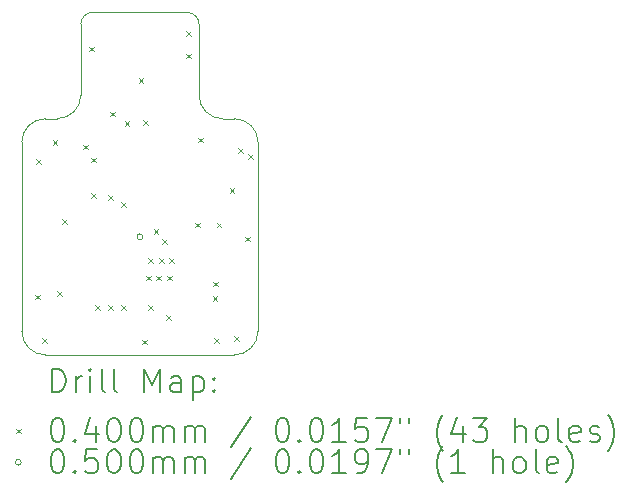
<source format=gbr>
%TF.GenerationSoftware,KiCad,Pcbnew,7.0.6*%
%TF.CreationDate,2023-08-09T20:57:13-04:00*%
%TF.ProjectId,miniclick,6d696e69-636c-4696-936b-2e6b69636164,rev?*%
%TF.SameCoordinates,Original*%
%TF.FileFunction,Drillmap*%
%TF.FilePolarity,Positive*%
%FSLAX45Y45*%
G04 Gerber Fmt 4.5, Leading zero omitted, Abs format (unit mm)*
G04 Created by KiCad (PCBNEW 7.0.6) date 2023-08-09 20:57:13*
%MOMM*%
%LPD*%
G01*
G04 APERTURE LIST*
%ADD10C,0.100000*%
%ADD11C,0.200000*%
%ADD12C,0.040000*%
%ADD13C,0.050000*%
G04 APERTURE END LIST*
D10*
X14400000Y-7800000D02*
X15200000Y-7800000D01*
X15600000Y-10700000D02*
G75*
G03*
X15800000Y-10500000I0J200000D01*
G01*
X15800000Y-8900000D02*
X15800000Y-10500000D01*
X15300000Y-7900000D02*
X15300000Y-8500000D01*
X14100000Y-8700000D02*
G75*
G03*
X14300000Y-8500000I0J200000D01*
G01*
X14400000Y-7800000D02*
G75*
G03*
X14300000Y-7900000I0J-100000D01*
G01*
X15500000Y-8700000D02*
X15600000Y-8700000D01*
X14000000Y-8700000D02*
G75*
G03*
X13800000Y-8900000I0J-200000D01*
G01*
X15800000Y-8900000D02*
G75*
G03*
X15600000Y-8700000I-200000J0D01*
G01*
X15300000Y-8500000D02*
G75*
G03*
X15500000Y-8700000I200000J0D01*
G01*
X13800000Y-10500000D02*
X13800000Y-8900000D01*
X14100000Y-8700000D02*
X14000000Y-8700000D01*
X15300000Y-7900000D02*
G75*
G03*
X15200000Y-7800000I-100000J0D01*
G01*
X13800000Y-10500000D02*
G75*
G03*
X14000000Y-10700000I200000J0D01*
G01*
X14300000Y-8500000D02*
X14300000Y-7900000D01*
X15600000Y-10700000D02*
X14000000Y-10700000D01*
D11*
D12*
X13910000Y-10190000D02*
X13950000Y-10230000D01*
X13950000Y-10190000D02*
X13910000Y-10230000D01*
X13920000Y-9040000D02*
X13960000Y-9080000D01*
X13960000Y-9040000D02*
X13920000Y-9080000D01*
X13970000Y-10560000D02*
X14010000Y-10600000D01*
X14010000Y-10560000D02*
X13970000Y-10600000D01*
X14060000Y-8880000D02*
X14100000Y-8920000D01*
X14100000Y-8880000D02*
X14060000Y-8920000D01*
X14100000Y-10160000D02*
X14140000Y-10200000D01*
X14140000Y-10160000D02*
X14100000Y-10200000D01*
X14140000Y-9550000D02*
X14180000Y-9590000D01*
X14180000Y-9550000D02*
X14140000Y-9590000D01*
X14320000Y-8920000D02*
X14360000Y-8960000D01*
X14360000Y-8920000D02*
X14320000Y-8960000D01*
X14370000Y-8090000D02*
X14410000Y-8130000D01*
X14410000Y-8090000D02*
X14370000Y-8130000D01*
X14390000Y-9030000D02*
X14430000Y-9070000D01*
X14430000Y-9030000D02*
X14390000Y-9070000D01*
X14390000Y-9330000D02*
X14430000Y-9370000D01*
X14430000Y-9330000D02*
X14390000Y-9370000D01*
X14420000Y-10280000D02*
X14460000Y-10320000D01*
X14460000Y-10280000D02*
X14420000Y-10320000D01*
X14530000Y-9350000D02*
X14570000Y-9390000D01*
X14570000Y-9350000D02*
X14530000Y-9390000D01*
X14530000Y-10280000D02*
X14570000Y-10320000D01*
X14570000Y-10280000D02*
X14530000Y-10320000D01*
X14550000Y-8640000D02*
X14590000Y-8680000D01*
X14590000Y-8640000D02*
X14550000Y-8680000D01*
X14640000Y-9410000D02*
X14680000Y-9450000D01*
X14680000Y-9410000D02*
X14640000Y-9450000D01*
X14640000Y-10280000D02*
X14680000Y-10320000D01*
X14680000Y-10280000D02*
X14640000Y-10320000D01*
X14670000Y-8720000D02*
X14710000Y-8760000D01*
X14710000Y-8720000D02*
X14670000Y-8760000D01*
X14790000Y-8360000D02*
X14830000Y-8400000D01*
X14830000Y-8360000D02*
X14790000Y-8400000D01*
X14820000Y-10570000D02*
X14860000Y-10610000D01*
X14860000Y-10570000D02*
X14820000Y-10610000D01*
X14830000Y-8710000D02*
X14870000Y-8750000D01*
X14870000Y-8710000D02*
X14830000Y-8750000D01*
X14850000Y-10030000D02*
X14890000Y-10070000D01*
X14890000Y-10030000D02*
X14850000Y-10070000D01*
X14870000Y-9880000D02*
X14910000Y-9920000D01*
X14910000Y-9880000D02*
X14870000Y-9920000D01*
X14870000Y-10280000D02*
X14910000Y-10320000D01*
X14910000Y-10280000D02*
X14870000Y-10320000D01*
X14915538Y-9634462D02*
X14955538Y-9674462D01*
X14955538Y-9634462D02*
X14915538Y-9674462D01*
X14940000Y-10030000D02*
X14980000Y-10070000D01*
X14980000Y-10030000D02*
X14940000Y-10070000D01*
X14960000Y-9880000D02*
X15000000Y-9920000D01*
X15000000Y-9880000D02*
X14960000Y-9920000D01*
X14990000Y-9720000D02*
X15030000Y-9760000D01*
X15030000Y-9720000D02*
X14990000Y-9760000D01*
X15020000Y-10365050D02*
X15060000Y-10405050D01*
X15060000Y-10365050D02*
X15020000Y-10405050D01*
X15030000Y-10030000D02*
X15070000Y-10070000D01*
X15070000Y-10030000D02*
X15030000Y-10070000D01*
X15050000Y-9880000D02*
X15090000Y-9920000D01*
X15090000Y-9880000D02*
X15050000Y-9920000D01*
X15190000Y-7960000D02*
X15230000Y-8000000D01*
X15230000Y-7960000D02*
X15190000Y-8000000D01*
X15190000Y-8150000D02*
X15230000Y-8190000D01*
X15230000Y-8150000D02*
X15190000Y-8190000D01*
X15270000Y-9580000D02*
X15310000Y-9620000D01*
X15310000Y-9580000D02*
X15270000Y-9620000D01*
X15290000Y-8860000D02*
X15330000Y-8900000D01*
X15330000Y-8860000D02*
X15290000Y-8900000D01*
X15416793Y-10204906D02*
X15456793Y-10244906D01*
X15456793Y-10204906D02*
X15416793Y-10244906D01*
X15420000Y-10080000D02*
X15460000Y-10120000D01*
X15460000Y-10080000D02*
X15420000Y-10120000D01*
X15430000Y-10560000D02*
X15470000Y-10600000D01*
X15470000Y-10560000D02*
X15430000Y-10600000D01*
X15450000Y-9580000D02*
X15490000Y-9620000D01*
X15490000Y-9580000D02*
X15450000Y-9620000D01*
X15560000Y-9290000D02*
X15600000Y-9330000D01*
X15600000Y-9290000D02*
X15560000Y-9330000D01*
X15600000Y-10540000D02*
X15640000Y-10580000D01*
X15640000Y-10540000D02*
X15600000Y-10580000D01*
X15630000Y-8950000D02*
X15670000Y-8990000D01*
X15670000Y-8950000D02*
X15630000Y-8990000D01*
X15690000Y-9700000D02*
X15730000Y-9740000D01*
X15730000Y-9700000D02*
X15690000Y-9740000D01*
X15716781Y-8999589D02*
X15756781Y-9039589D01*
X15756781Y-8999589D02*
X15716781Y-9039589D01*
D13*
X14825000Y-9700000D02*
G75*
G03*
X14825000Y-9700000I-25000J0D01*
G01*
D11*
X14055777Y-11016484D02*
X14055777Y-10816484D01*
X14055777Y-10816484D02*
X14103396Y-10816484D01*
X14103396Y-10816484D02*
X14131967Y-10826008D01*
X14131967Y-10826008D02*
X14151015Y-10845055D01*
X14151015Y-10845055D02*
X14160539Y-10864103D01*
X14160539Y-10864103D02*
X14170062Y-10902198D01*
X14170062Y-10902198D02*
X14170062Y-10930770D01*
X14170062Y-10930770D02*
X14160539Y-10968865D01*
X14160539Y-10968865D02*
X14151015Y-10987912D01*
X14151015Y-10987912D02*
X14131967Y-11006960D01*
X14131967Y-11006960D02*
X14103396Y-11016484D01*
X14103396Y-11016484D02*
X14055777Y-11016484D01*
X14255777Y-11016484D02*
X14255777Y-10883150D01*
X14255777Y-10921246D02*
X14265301Y-10902198D01*
X14265301Y-10902198D02*
X14274824Y-10892674D01*
X14274824Y-10892674D02*
X14293872Y-10883150D01*
X14293872Y-10883150D02*
X14312920Y-10883150D01*
X14379586Y-11016484D02*
X14379586Y-10883150D01*
X14379586Y-10816484D02*
X14370062Y-10826008D01*
X14370062Y-10826008D02*
X14379586Y-10835531D01*
X14379586Y-10835531D02*
X14389110Y-10826008D01*
X14389110Y-10826008D02*
X14379586Y-10816484D01*
X14379586Y-10816484D02*
X14379586Y-10835531D01*
X14503396Y-11016484D02*
X14484348Y-11006960D01*
X14484348Y-11006960D02*
X14474824Y-10987912D01*
X14474824Y-10987912D02*
X14474824Y-10816484D01*
X14608158Y-11016484D02*
X14589110Y-11006960D01*
X14589110Y-11006960D02*
X14579586Y-10987912D01*
X14579586Y-10987912D02*
X14579586Y-10816484D01*
X14836729Y-11016484D02*
X14836729Y-10816484D01*
X14836729Y-10816484D02*
X14903396Y-10959341D01*
X14903396Y-10959341D02*
X14970062Y-10816484D01*
X14970062Y-10816484D02*
X14970062Y-11016484D01*
X15151015Y-11016484D02*
X15151015Y-10911722D01*
X15151015Y-10911722D02*
X15141491Y-10892674D01*
X15141491Y-10892674D02*
X15122443Y-10883150D01*
X15122443Y-10883150D02*
X15084348Y-10883150D01*
X15084348Y-10883150D02*
X15065301Y-10892674D01*
X15151015Y-11006960D02*
X15131967Y-11016484D01*
X15131967Y-11016484D02*
X15084348Y-11016484D01*
X15084348Y-11016484D02*
X15065301Y-11006960D01*
X15065301Y-11006960D02*
X15055777Y-10987912D01*
X15055777Y-10987912D02*
X15055777Y-10968865D01*
X15055777Y-10968865D02*
X15065301Y-10949817D01*
X15065301Y-10949817D02*
X15084348Y-10940293D01*
X15084348Y-10940293D02*
X15131967Y-10940293D01*
X15131967Y-10940293D02*
X15151015Y-10930770D01*
X15246253Y-10883150D02*
X15246253Y-11083150D01*
X15246253Y-10892674D02*
X15265301Y-10883150D01*
X15265301Y-10883150D02*
X15303396Y-10883150D01*
X15303396Y-10883150D02*
X15322443Y-10892674D01*
X15322443Y-10892674D02*
X15331967Y-10902198D01*
X15331967Y-10902198D02*
X15341491Y-10921246D01*
X15341491Y-10921246D02*
X15341491Y-10978389D01*
X15341491Y-10978389D02*
X15331967Y-10997436D01*
X15331967Y-10997436D02*
X15322443Y-11006960D01*
X15322443Y-11006960D02*
X15303396Y-11016484D01*
X15303396Y-11016484D02*
X15265301Y-11016484D01*
X15265301Y-11016484D02*
X15246253Y-11006960D01*
X15427205Y-10997436D02*
X15436729Y-11006960D01*
X15436729Y-11006960D02*
X15427205Y-11016484D01*
X15427205Y-11016484D02*
X15417682Y-11006960D01*
X15417682Y-11006960D02*
X15427205Y-10997436D01*
X15427205Y-10997436D02*
X15427205Y-11016484D01*
X15427205Y-10892674D02*
X15436729Y-10902198D01*
X15436729Y-10902198D02*
X15427205Y-10911722D01*
X15427205Y-10911722D02*
X15417682Y-10902198D01*
X15417682Y-10902198D02*
X15427205Y-10892674D01*
X15427205Y-10892674D02*
X15427205Y-10911722D01*
D12*
X13755000Y-11325000D02*
X13795000Y-11365000D01*
X13795000Y-11325000D02*
X13755000Y-11365000D01*
D11*
X14093872Y-11236484D02*
X14112920Y-11236484D01*
X14112920Y-11236484D02*
X14131967Y-11246008D01*
X14131967Y-11246008D02*
X14141491Y-11255531D01*
X14141491Y-11255531D02*
X14151015Y-11274579D01*
X14151015Y-11274579D02*
X14160539Y-11312674D01*
X14160539Y-11312674D02*
X14160539Y-11360293D01*
X14160539Y-11360293D02*
X14151015Y-11398388D01*
X14151015Y-11398388D02*
X14141491Y-11417436D01*
X14141491Y-11417436D02*
X14131967Y-11426960D01*
X14131967Y-11426960D02*
X14112920Y-11436484D01*
X14112920Y-11436484D02*
X14093872Y-11436484D01*
X14093872Y-11436484D02*
X14074824Y-11426960D01*
X14074824Y-11426960D02*
X14065301Y-11417436D01*
X14065301Y-11417436D02*
X14055777Y-11398388D01*
X14055777Y-11398388D02*
X14046253Y-11360293D01*
X14046253Y-11360293D02*
X14046253Y-11312674D01*
X14046253Y-11312674D02*
X14055777Y-11274579D01*
X14055777Y-11274579D02*
X14065301Y-11255531D01*
X14065301Y-11255531D02*
X14074824Y-11246008D01*
X14074824Y-11246008D02*
X14093872Y-11236484D01*
X14246253Y-11417436D02*
X14255777Y-11426960D01*
X14255777Y-11426960D02*
X14246253Y-11436484D01*
X14246253Y-11436484D02*
X14236729Y-11426960D01*
X14236729Y-11426960D02*
X14246253Y-11417436D01*
X14246253Y-11417436D02*
X14246253Y-11436484D01*
X14427205Y-11303150D02*
X14427205Y-11436484D01*
X14379586Y-11226960D02*
X14331967Y-11369817D01*
X14331967Y-11369817D02*
X14455777Y-11369817D01*
X14570062Y-11236484D02*
X14589110Y-11236484D01*
X14589110Y-11236484D02*
X14608158Y-11246008D01*
X14608158Y-11246008D02*
X14617682Y-11255531D01*
X14617682Y-11255531D02*
X14627205Y-11274579D01*
X14627205Y-11274579D02*
X14636729Y-11312674D01*
X14636729Y-11312674D02*
X14636729Y-11360293D01*
X14636729Y-11360293D02*
X14627205Y-11398388D01*
X14627205Y-11398388D02*
X14617682Y-11417436D01*
X14617682Y-11417436D02*
X14608158Y-11426960D01*
X14608158Y-11426960D02*
X14589110Y-11436484D01*
X14589110Y-11436484D02*
X14570062Y-11436484D01*
X14570062Y-11436484D02*
X14551015Y-11426960D01*
X14551015Y-11426960D02*
X14541491Y-11417436D01*
X14541491Y-11417436D02*
X14531967Y-11398388D01*
X14531967Y-11398388D02*
X14522443Y-11360293D01*
X14522443Y-11360293D02*
X14522443Y-11312674D01*
X14522443Y-11312674D02*
X14531967Y-11274579D01*
X14531967Y-11274579D02*
X14541491Y-11255531D01*
X14541491Y-11255531D02*
X14551015Y-11246008D01*
X14551015Y-11246008D02*
X14570062Y-11236484D01*
X14760539Y-11236484D02*
X14779586Y-11236484D01*
X14779586Y-11236484D02*
X14798634Y-11246008D01*
X14798634Y-11246008D02*
X14808158Y-11255531D01*
X14808158Y-11255531D02*
X14817682Y-11274579D01*
X14817682Y-11274579D02*
X14827205Y-11312674D01*
X14827205Y-11312674D02*
X14827205Y-11360293D01*
X14827205Y-11360293D02*
X14817682Y-11398388D01*
X14817682Y-11398388D02*
X14808158Y-11417436D01*
X14808158Y-11417436D02*
X14798634Y-11426960D01*
X14798634Y-11426960D02*
X14779586Y-11436484D01*
X14779586Y-11436484D02*
X14760539Y-11436484D01*
X14760539Y-11436484D02*
X14741491Y-11426960D01*
X14741491Y-11426960D02*
X14731967Y-11417436D01*
X14731967Y-11417436D02*
X14722443Y-11398388D01*
X14722443Y-11398388D02*
X14712920Y-11360293D01*
X14712920Y-11360293D02*
X14712920Y-11312674D01*
X14712920Y-11312674D02*
X14722443Y-11274579D01*
X14722443Y-11274579D02*
X14731967Y-11255531D01*
X14731967Y-11255531D02*
X14741491Y-11246008D01*
X14741491Y-11246008D02*
X14760539Y-11236484D01*
X14912920Y-11436484D02*
X14912920Y-11303150D01*
X14912920Y-11322198D02*
X14922443Y-11312674D01*
X14922443Y-11312674D02*
X14941491Y-11303150D01*
X14941491Y-11303150D02*
X14970063Y-11303150D01*
X14970063Y-11303150D02*
X14989110Y-11312674D01*
X14989110Y-11312674D02*
X14998634Y-11331722D01*
X14998634Y-11331722D02*
X14998634Y-11436484D01*
X14998634Y-11331722D02*
X15008158Y-11312674D01*
X15008158Y-11312674D02*
X15027205Y-11303150D01*
X15027205Y-11303150D02*
X15055777Y-11303150D01*
X15055777Y-11303150D02*
X15074824Y-11312674D01*
X15074824Y-11312674D02*
X15084348Y-11331722D01*
X15084348Y-11331722D02*
X15084348Y-11436484D01*
X15179586Y-11436484D02*
X15179586Y-11303150D01*
X15179586Y-11322198D02*
X15189110Y-11312674D01*
X15189110Y-11312674D02*
X15208158Y-11303150D01*
X15208158Y-11303150D02*
X15236729Y-11303150D01*
X15236729Y-11303150D02*
X15255777Y-11312674D01*
X15255777Y-11312674D02*
X15265301Y-11331722D01*
X15265301Y-11331722D02*
X15265301Y-11436484D01*
X15265301Y-11331722D02*
X15274824Y-11312674D01*
X15274824Y-11312674D02*
X15293872Y-11303150D01*
X15293872Y-11303150D02*
X15322443Y-11303150D01*
X15322443Y-11303150D02*
X15341491Y-11312674D01*
X15341491Y-11312674D02*
X15351015Y-11331722D01*
X15351015Y-11331722D02*
X15351015Y-11436484D01*
X15741491Y-11226960D02*
X15570063Y-11484103D01*
X15998634Y-11236484D02*
X16017682Y-11236484D01*
X16017682Y-11236484D02*
X16036729Y-11246008D01*
X16036729Y-11246008D02*
X16046253Y-11255531D01*
X16046253Y-11255531D02*
X16055777Y-11274579D01*
X16055777Y-11274579D02*
X16065301Y-11312674D01*
X16065301Y-11312674D02*
X16065301Y-11360293D01*
X16065301Y-11360293D02*
X16055777Y-11398388D01*
X16055777Y-11398388D02*
X16046253Y-11417436D01*
X16046253Y-11417436D02*
X16036729Y-11426960D01*
X16036729Y-11426960D02*
X16017682Y-11436484D01*
X16017682Y-11436484D02*
X15998634Y-11436484D01*
X15998634Y-11436484D02*
X15979586Y-11426960D01*
X15979586Y-11426960D02*
X15970063Y-11417436D01*
X15970063Y-11417436D02*
X15960539Y-11398388D01*
X15960539Y-11398388D02*
X15951015Y-11360293D01*
X15951015Y-11360293D02*
X15951015Y-11312674D01*
X15951015Y-11312674D02*
X15960539Y-11274579D01*
X15960539Y-11274579D02*
X15970063Y-11255531D01*
X15970063Y-11255531D02*
X15979586Y-11246008D01*
X15979586Y-11246008D02*
X15998634Y-11236484D01*
X16151015Y-11417436D02*
X16160539Y-11426960D01*
X16160539Y-11426960D02*
X16151015Y-11436484D01*
X16151015Y-11436484D02*
X16141491Y-11426960D01*
X16141491Y-11426960D02*
X16151015Y-11417436D01*
X16151015Y-11417436D02*
X16151015Y-11436484D01*
X16284348Y-11236484D02*
X16303396Y-11236484D01*
X16303396Y-11236484D02*
X16322444Y-11246008D01*
X16322444Y-11246008D02*
X16331967Y-11255531D01*
X16331967Y-11255531D02*
X16341491Y-11274579D01*
X16341491Y-11274579D02*
X16351015Y-11312674D01*
X16351015Y-11312674D02*
X16351015Y-11360293D01*
X16351015Y-11360293D02*
X16341491Y-11398388D01*
X16341491Y-11398388D02*
X16331967Y-11417436D01*
X16331967Y-11417436D02*
X16322444Y-11426960D01*
X16322444Y-11426960D02*
X16303396Y-11436484D01*
X16303396Y-11436484D02*
X16284348Y-11436484D01*
X16284348Y-11436484D02*
X16265301Y-11426960D01*
X16265301Y-11426960D02*
X16255777Y-11417436D01*
X16255777Y-11417436D02*
X16246253Y-11398388D01*
X16246253Y-11398388D02*
X16236729Y-11360293D01*
X16236729Y-11360293D02*
X16236729Y-11312674D01*
X16236729Y-11312674D02*
X16246253Y-11274579D01*
X16246253Y-11274579D02*
X16255777Y-11255531D01*
X16255777Y-11255531D02*
X16265301Y-11246008D01*
X16265301Y-11246008D02*
X16284348Y-11236484D01*
X16541491Y-11436484D02*
X16427206Y-11436484D01*
X16484348Y-11436484D02*
X16484348Y-11236484D01*
X16484348Y-11236484D02*
X16465301Y-11265055D01*
X16465301Y-11265055D02*
X16446253Y-11284103D01*
X16446253Y-11284103D02*
X16427206Y-11293627D01*
X16722444Y-11236484D02*
X16627206Y-11236484D01*
X16627206Y-11236484D02*
X16617682Y-11331722D01*
X16617682Y-11331722D02*
X16627206Y-11322198D01*
X16627206Y-11322198D02*
X16646253Y-11312674D01*
X16646253Y-11312674D02*
X16693872Y-11312674D01*
X16693872Y-11312674D02*
X16712920Y-11322198D01*
X16712920Y-11322198D02*
X16722444Y-11331722D01*
X16722444Y-11331722D02*
X16731967Y-11350769D01*
X16731967Y-11350769D02*
X16731967Y-11398388D01*
X16731967Y-11398388D02*
X16722444Y-11417436D01*
X16722444Y-11417436D02*
X16712920Y-11426960D01*
X16712920Y-11426960D02*
X16693872Y-11436484D01*
X16693872Y-11436484D02*
X16646253Y-11436484D01*
X16646253Y-11436484D02*
X16627206Y-11426960D01*
X16627206Y-11426960D02*
X16617682Y-11417436D01*
X16798634Y-11236484D02*
X16931968Y-11236484D01*
X16931968Y-11236484D02*
X16846253Y-11436484D01*
X16998634Y-11236484D02*
X16998634Y-11274579D01*
X17074825Y-11236484D02*
X17074825Y-11274579D01*
X17370063Y-11512674D02*
X17360539Y-11503150D01*
X17360539Y-11503150D02*
X17341491Y-11474579D01*
X17341491Y-11474579D02*
X17331968Y-11455531D01*
X17331968Y-11455531D02*
X17322444Y-11426960D01*
X17322444Y-11426960D02*
X17312920Y-11379341D01*
X17312920Y-11379341D02*
X17312920Y-11341246D01*
X17312920Y-11341246D02*
X17322444Y-11293627D01*
X17322444Y-11293627D02*
X17331968Y-11265055D01*
X17331968Y-11265055D02*
X17341491Y-11246008D01*
X17341491Y-11246008D02*
X17360539Y-11217436D01*
X17360539Y-11217436D02*
X17370063Y-11207912D01*
X17531968Y-11303150D02*
X17531968Y-11436484D01*
X17484349Y-11226960D02*
X17436730Y-11369817D01*
X17436730Y-11369817D02*
X17560539Y-11369817D01*
X17617682Y-11236484D02*
X17741491Y-11236484D01*
X17741491Y-11236484D02*
X17674825Y-11312674D01*
X17674825Y-11312674D02*
X17703396Y-11312674D01*
X17703396Y-11312674D02*
X17722444Y-11322198D01*
X17722444Y-11322198D02*
X17731968Y-11331722D01*
X17731968Y-11331722D02*
X17741491Y-11350769D01*
X17741491Y-11350769D02*
X17741491Y-11398388D01*
X17741491Y-11398388D02*
X17731968Y-11417436D01*
X17731968Y-11417436D02*
X17722444Y-11426960D01*
X17722444Y-11426960D02*
X17703396Y-11436484D01*
X17703396Y-11436484D02*
X17646253Y-11436484D01*
X17646253Y-11436484D02*
X17627206Y-11426960D01*
X17627206Y-11426960D02*
X17617682Y-11417436D01*
X17979587Y-11436484D02*
X17979587Y-11236484D01*
X18065301Y-11436484D02*
X18065301Y-11331722D01*
X18065301Y-11331722D02*
X18055777Y-11312674D01*
X18055777Y-11312674D02*
X18036730Y-11303150D01*
X18036730Y-11303150D02*
X18008158Y-11303150D01*
X18008158Y-11303150D02*
X17989111Y-11312674D01*
X17989111Y-11312674D02*
X17979587Y-11322198D01*
X18189111Y-11436484D02*
X18170063Y-11426960D01*
X18170063Y-11426960D02*
X18160539Y-11417436D01*
X18160539Y-11417436D02*
X18151015Y-11398388D01*
X18151015Y-11398388D02*
X18151015Y-11341246D01*
X18151015Y-11341246D02*
X18160539Y-11322198D01*
X18160539Y-11322198D02*
X18170063Y-11312674D01*
X18170063Y-11312674D02*
X18189111Y-11303150D01*
X18189111Y-11303150D02*
X18217682Y-11303150D01*
X18217682Y-11303150D02*
X18236730Y-11312674D01*
X18236730Y-11312674D02*
X18246253Y-11322198D01*
X18246253Y-11322198D02*
X18255777Y-11341246D01*
X18255777Y-11341246D02*
X18255777Y-11398388D01*
X18255777Y-11398388D02*
X18246253Y-11417436D01*
X18246253Y-11417436D02*
X18236730Y-11426960D01*
X18236730Y-11426960D02*
X18217682Y-11436484D01*
X18217682Y-11436484D02*
X18189111Y-11436484D01*
X18370063Y-11436484D02*
X18351015Y-11426960D01*
X18351015Y-11426960D02*
X18341492Y-11407912D01*
X18341492Y-11407912D02*
X18341492Y-11236484D01*
X18522444Y-11426960D02*
X18503396Y-11436484D01*
X18503396Y-11436484D02*
X18465301Y-11436484D01*
X18465301Y-11436484D02*
X18446253Y-11426960D01*
X18446253Y-11426960D02*
X18436730Y-11407912D01*
X18436730Y-11407912D02*
X18436730Y-11331722D01*
X18436730Y-11331722D02*
X18446253Y-11312674D01*
X18446253Y-11312674D02*
X18465301Y-11303150D01*
X18465301Y-11303150D02*
X18503396Y-11303150D01*
X18503396Y-11303150D02*
X18522444Y-11312674D01*
X18522444Y-11312674D02*
X18531968Y-11331722D01*
X18531968Y-11331722D02*
X18531968Y-11350769D01*
X18531968Y-11350769D02*
X18436730Y-11369817D01*
X18608158Y-11426960D02*
X18627206Y-11436484D01*
X18627206Y-11436484D02*
X18665301Y-11436484D01*
X18665301Y-11436484D02*
X18684349Y-11426960D01*
X18684349Y-11426960D02*
X18693873Y-11407912D01*
X18693873Y-11407912D02*
X18693873Y-11398388D01*
X18693873Y-11398388D02*
X18684349Y-11379341D01*
X18684349Y-11379341D02*
X18665301Y-11369817D01*
X18665301Y-11369817D02*
X18636730Y-11369817D01*
X18636730Y-11369817D02*
X18617682Y-11360293D01*
X18617682Y-11360293D02*
X18608158Y-11341246D01*
X18608158Y-11341246D02*
X18608158Y-11331722D01*
X18608158Y-11331722D02*
X18617682Y-11312674D01*
X18617682Y-11312674D02*
X18636730Y-11303150D01*
X18636730Y-11303150D02*
X18665301Y-11303150D01*
X18665301Y-11303150D02*
X18684349Y-11312674D01*
X18760539Y-11512674D02*
X18770063Y-11503150D01*
X18770063Y-11503150D02*
X18789111Y-11474579D01*
X18789111Y-11474579D02*
X18798634Y-11455531D01*
X18798634Y-11455531D02*
X18808158Y-11426960D01*
X18808158Y-11426960D02*
X18817682Y-11379341D01*
X18817682Y-11379341D02*
X18817682Y-11341246D01*
X18817682Y-11341246D02*
X18808158Y-11293627D01*
X18808158Y-11293627D02*
X18798634Y-11265055D01*
X18798634Y-11265055D02*
X18789111Y-11246008D01*
X18789111Y-11246008D02*
X18770063Y-11217436D01*
X18770063Y-11217436D02*
X18760539Y-11207912D01*
D13*
X13795000Y-11609000D02*
G75*
G03*
X13795000Y-11609000I-25000J0D01*
G01*
D11*
X14093872Y-11500484D02*
X14112920Y-11500484D01*
X14112920Y-11500484D02*
X14131967Y-11510008D01*
X14131967Y-11510008D02*
X14141491Y-11519531D01*
X14141491Y-11519531D02*
X14151015Y-11538579D01*
X14151015Y-11538579D02*
X14160539Y-11576674D01*
X14160539Y-11576674D02*
X14160539Y-11624293D01*
X14160539Y-11624293D02*
X14151015Y-11662388D01*
X14151015Y-11662388D02*
X14141491Y-11681436D01*
X14141491Y-11681436D02*
X14131967Y-11690960D01*
X14131967Y-11690960D02*
X14112920Y-11700484D01*
X14112920Y-11700484D02*
X14093872Y-11700484D01*
X14093872Y-11700484D02*
X14074824Y-11690960D01*
X14074824Y-11690960D02*
X14065301Y-11681436D01*
X14065301Y-11681436D02*
X14055777Y-11662388D01*
X14055777Y-11662388D02*
X14046253Y-11624293D01*
X14046253Y-11624293D02*
X14046253Y-11576674D01*
X14046253Y-11576674D02*
X14055777Y-11538579D01*
X14055777Y-11538579D02*
X14065301Y-11519531D01*
X14065301Y-11519531D02*
X14074824Y-11510008D01*
X14074824Y-11510008D02*
X14093872Y-11500484D01*
X14246253Y-11681436D02*
X14255777Y-11690960D01*
X14255777Y-11690960D02*
X14246253Y-11700484D01*
X14246253Y-11700484D02*
X14236729Y-11690960D01*
X14236729Y-11690960D02*
X14246253Y-11681436D01*
X14246253Y-11681436D02*
X14246253Y-11700484D01*
X14436729Y-11500484D02*
X14341491Y-11500484D01*
X14341491Y-11500484D02*
X14331967Y-11595722D01*
X14331967Y-11595722D02*
X14341491Y-11586198D01*
X14341491Y-11586198D02*
X14360539Y-11576674D01*
X14360539Y-11576674D02*
X14408158Y-11576674D01*
X14408158Y-11576674D02*
X14427205Y-11586198D01*
X14427205Y-11586198D02*
X14436729Y-11595722D01*
X14436729Y-11595722D02*
X14446253Y-11614769D01*
X14446253Y-11614769D02*
X14446253Y-11662388D01*
X14446253Y-11662388D02*
X14436729Y-11681436D01*
X14436729Y-11681436D02*
X14427205Y-11690960D01*
X14427205Y-11690960D02*
X14408158Y-11700484D01*
X14408158Y-11700484D02*
X14360539Y-11700484D01*
X14360539Y-11700484D02*
X14341491Y-11690960D01*
X14341491Y-11690960D02*
X14331967Y-11681436D01*
X14570062Y-11500484D02*
X14589110Y-11500484D01*
X14589110Y-11500484D02*
X14608158Y-11510008D01*
X14608158Y-11510008D02*
X14617682Y-11519531D01*
X14617682Y-11519531D02*
X14627205Y-11538579D01*
X14627205Y-11538579D02*
X14636729Y-11576674D01*
X14636729Y-11576674D02*
X14636729Y-11624293D01*
X14636729Y-11624293D02*
X14627205Y-11662388D01*
X14627205Y-11662388D02*
X14617682Y-11681436D01*
X14617682Y-11681436D02*
X14608158Y-11690960D01*
X14608158Y-11690960D02*
X14589110Y-11700484D01*
X14589110Y-11700484D02*
X14570062Y-11700484D01*
X14570062Y-11700484D02*
X14551015Y-11690960D01*
X14551015Y-11690960D02*
X14541491Y-11681436D01*
X14541491Y-11681436D02*
X14531967Y-11662388D01*
X14531967Y-11662388D02*
X14522443Y-11624293D01*
X14522443Y-11624293D02*
X14522443Y-11576674D01*
X14522443Y-11576674D02*
X14531967Y-11538579D01*
X14531967Y-11538579D02*
X14541491Y-11519531D01*
X14541491Y-11519531D02*
X14551015Y-11510008D01*
X14551015Y-11510008D02*
X14570062Y-11500484D01*
X14760539Y-11500484D02*
X14779586Y-11500484D01*
X14779586Y-11500484D02*
X14798634Y-11510008D01*
X14798634Y-11510008D02*
X14808158Y-11519531D01*
X14808158Y-11519531D02*
X14817682Y-11538579D01*
X14817682Y-11538579D02*
X14827205Y-11576674D01*
X14827205Y-11576674D02*
X14827205Y-11624293D01*
X14827205Y-11624293D02*
X14817682Y-11662388D01*
X14817682Y-11662388D02*
X14808158Y-11681436D01*
X14808158Y-11681436D02*
X14798634Y-11690960D01*
X14798634Y-11690960D02*
X14779586Y-11700484D01*
X14779586Y-11700484D02*
X14760539Y-11700484D01*
X14760539Y-11700484D02*
X14741491Y-11690960D01*
X14741491Y-11690960D02*
X14731967Y-11681436D01*
X14731967Y-11681436D02*
X14722443Y-11662388D01*
X14722443Y-11662388D02*
X14712920Y-11624293D01*
X14712920Y-11624293D02*
X14712920Y-11576674D01*
X14712920Y-11576674D02*
X14722443Y-11538579D01*
X14722443Y-11538579D02*
X14731967Y-11519531D01*
X14731967Y-11519531D02*
X14741491Y-11510008D01*
X14741491Y-11510008D02*
X14760539Y-11500484D01*
X14912920Y-11700484D02*
X14912920Y-11567150D01*
X14912920Y-11586198D02*
X14922443Y-11576674D01*
X14922443Y-11576674D02*
X14941491Y-11567150D01*
X14941491Y-11567150D02*
X14970063Y-11567150D01*
X14970063Y-11567150D02*
X14989110Y-11576674D01*
X14989110Y-11576674D02*
X14998634Y-11595722D01*
X14998634Y-11595722D02*
X14998634Y-11700484D01*
X14998634Y-11595722D02*
X15008158Y-11576674D01*
X15008158Y-11576674D02*
X15027205Y-11567150D01*
X15027205Y-11567150D02*
X15055777Y-11567150D01*
X15055777Y-11567150D02*
X15074824Y-11576674D01*
X15074824Y-11576674D02*
X15084348Y-11595722D01*
X15084348Y-11595722D02*
X15084348Y-11700484D01*
X15179586Y-11700484D02*
X15179586Y-11567150D01*
X15179586Y-11586198D02*
X15189110Y-11576674D01*
X15189110Y-11576674D02*
X15208158Y-11567150D01*
X15208158Y-11567150D02*
X15236729Y-11567150D01*
X15236729Y-11567150D02*
X15255777Y-11576674D01*
X15255777Y-11576674D02*
X15265301Y-11595722D01*
X15265301Y-11595722D02*
X15265301Y-11700484D01*
X15265301Y-11595722D02*
X15274824Y-11576674D01*
X15274824Y-11576674D02*
X15293872Y-11567150D01*
X15293872Y-11567150D02*
X15322443Y-11567150D01*
X15322443Y-11567150D02*
X15341491Y-11576674D01*
X15341491Y-11576674D02*
X15351015Y-11595722D01*
X15351015Y-11595722D02*
X15351015Y-11700484D01*
X15741491Y-11490960D02*
X15570063Y-11748103D01*
X15998634Y-11500484D02*
X16017682Y-11500484D01*
X16017682Y-11500484D02*
X16036729Y-11510008D01*
X16036729Y-11510008D02*
X16046253Y-11519531D01*
X16046253Y-11519531D02*
X16055777Y-11538579D01*
X16055777Y-11538579D02*
X16065301Y-11576674D01*
X16065301Y-11576674D02*
X16065301Y-11624293D01*
X16065301Y-11624293D02*
X16055777Y-11662388D01*
X16055777Y-11662388D02*
X16046253Y-11681436D01*
X16046253Y-11681436D02*
X16036729Y-11690960D01*
X16036729Y-11690960D02*
X16017682Y-11700484D01*
X16017682Y-11700484D02*
X15998634Y-11700484D01*
X15998634Y-11700484D02*
X15979586Y-11690960D01*
X15979586Y-11690960D02*
X15970063Y-11681436D01*
X15970063Y-11681436D02*
X15960539Y-11662388D01*
X15960539Y-11662388D02*
X15951015Y-11624293D01*
X15951015Y-11624293D02*
X15951015Y-11576674D01*
X15951015Y-11576674D02*
X15960539Y-11538579D01*
X15960539Y-11538579D02*
X15970063Y-11519531D01*
X15970063Y-11519531D02*
X15979586Y-11510008D01*
X15979586Y-11510008D02*
X15998634Y-11500484D01*
X16151015Y-11681436D02*
X16160539Y-11690960D01*
X16160539Y-11690960D02*
X16151015Y-11700484D01*
X16151015Y-11700484D02*
X16141491Y-11690960D01*
X16141491Y-11690960D02*
X16151015Y-11681436D01*
X16151015Y-11681436D02*
X16151015Y-11700484D01*
X16284348Y-11500484D02*
X16303396Y-11500484D01*
X16303396Y-11500484D02*
X16322444Y-11510008D01*
X16322444Y-11510008D02*
X16331967Y-11519531D01*
X16331967Y-11519531D02*
X16341491Y-11538579D01*
X16341491Y-11538579D02*
X16351015Y-11576674D01*
X16351015Y-11576674D02*
X16351015Y-11624293D01*
X16351015Y-11624293D02*
X16341491Y-11662388D01*
X16341491Y-11662388D02*
X16331967Y-11681436D01*
X16331967Y-11681436D02*
X16322444Y-11690960D01*
X16322444Y-11690960D02*
X16303396Y-11700484D01*
X16303396Y-11700484D02*
X16284348Y-11700484D01*
X16284348Y-11700484D02*
X16265301Y-11690960D01*
X16265301Y-11690960D02*
X16255777Y-11681436D01*
X16255777Y-11681436D02*
X16246253Y-11662388D01*
X16246253Y-11662388D02*
X16236729Y-11624293D01*
X16236729Y-11624293D02*
X16236729Y-11576674D01*
X16236729Y-11576674D02*
X16246253Y-11538579D01*
X16246253Y-11538579D02*
X16255777Y-11519531D01*
X16255777Y-11519531D02*
X16265301Y-11510008D01*
X16265301Y-11510008D02*
X16284348Y-11500484D01*
X16541491Y-11700484D02*
X16427206Y-11700484D01*
X16484348Y-11700484D02*
X16484348Y-11500484D01*
X16484348Y-11500484D02*
X16465301Y-11529055D01*
X16465301Y-11529055D02*
X16446253Y-11548103D01*
X16446253Y-11548103D02*
X16427206Y-11557627D01*
X16636729Y-11700484D02*
X16674825Y-11700484D01*
X16674825Y-11700484D02*
X16693872Y-11690960D01*
X16693872Y-11690960D02*
X16703396Y-11681436D01*
X16703396Y-11681436D02*
X16722444Y-11652865D01*
X16722444Y-11652865D02*
X16731967Y-11614769D01*
X16731967Y-11614769D02*
X16731967Y-11538579D01*
X16731967Y-11538579D02*
X16722444Y-11519531D01*
X16722444Y-11519531D02*
X16712920Y-11510008D01*
X16712920Y-11510008D02*
X16693872Y-11500484D01*
X16693872Y-11500484D02*
X16655777Y-11500484D01*
X16655777Y-11500484D02*
X16636729Y-11510008D01*
X16636729Y-11510008D02*
X16627206Y-11519531D01*
X16627206Y-11519531D02*
X16617682Y-11538579D01*
X16617682Y-11538579D02*
X16617682Y-11586198D01*
X16617682Y-11586198D02*
X16627206Y-11605246D01*
X16627206Y-11605246D02*
X16636729Y-11614769D01*
X16636729Y-11614769D02*
X16655777Y-11624293D01*
X16655777Y-11624293D02*
X16693872Y-11624293D01*
X16693872Y-11624293D02*
X16712920Y-11614769D01*
X16712920Y-11614769D02*
X16722444Y-11605246D01*
X16722444Y-11605246D02*
X16731967Y-11586198D01*
X16798634Y-11500484D02*
X16931968Y-11500484D01*
X16931968Y-11500484D02*
X16846253Y-11700484D01*
X16998634Y-11500484D02*
X16998634Y-11538579D01*
X17074825Y-11500484D02*
X17074825Y-11538579D01*
X17370063Y-11776674D02*
X17360539Y-11767150D01*
X17360539Y-11767150D02*
X17341491Y-11738579D01*
X17341491Y-11738579D02*
X17331968Y-11719531D01*
X17331968Y-11719531D02*
X17322444Y-11690960D01*
X17322444Y-11690960D02*
X17312920Y-11643341D01*
X17312920Y-11643341D02*
X17312920Y-11605246D01*
X17312920Y-11605246D02*
X17322444Y-11557627D01*
X17322444Y-11557627D02*
X17331968Y-11529055D01*
X17331968Y-11529055D02*
X17341491Y-11510008D01*
X17341491Y-11510008D02*
X17360539Y-11481436D01*
X17360539Y-11481436D02*
X17370063Y-11471912D01*
X17551015Y-11700484D02*
X17436730Y-11700484D01*
X17493872Y-11700484D02*
X17493872Y-11500484D01*
X17493872Y-11500484D02*
X17474825Y-11529055D01*
X17474825Y-11529055D02*
X17455777Y-11548103D01*
X17455777Y-11548103D02*
X17436730Y-11557627D01*
X17789111Y-11700484D02*
X17789111Y-11500484D01*
X17874825Y-11700484D02*
X17874825Y-11595722D01*
X17874825Y-11595722D02*
X17865301Y-11576674D01*
X17865301Y-11576674D02*
X17846253Y-11567150D01*
X17846253Y-11567150D02*
X17817682Y-11567150D01*
X17817682Y-11567150D02*
X17798634Y-11576674D01*
X17798634Y-11576674D02*
X17789111Y-11586198D01*
X17998634Y-11700484D02*
X17979587Y-11690960D01*
X17979587Y-11690960D02*
X17970063Y-11681436D01*
X17970063Y-11681436D02*
X17960539Y-11662388D01*
X17960539Y-11662388D02*
X17960539Y-11605246D01*
X17960539Y-11605246D02*
X17970063Y-11586198D01*
X17970063Y-11586198D02*
X17979587Y-11576674D01*
X17979587Y-11576674D02*
X17998634Y-11567150D01*
X17998634Y-11567150D02*
X18027206Y-11567150D01*
X18027206Y-11567150D02*
X18046253Y-11576674D01*
X18046253Y-11576674D02*
X18055777Y-11586198D01*
X18055777Y-11586198D02*
X18065301Y-11605246D01*
X18065301Y-11605246D02*
X18065301Y-11662388D01*
X18065301Y-11662388D02*
X18055777Y-11681436D01*
X18055777Y-11681436D02*
X18046253Y-11690960D01*
X18046253Y-11690960D02*
X18027206Y-11700484D01*
X18027206Y-11700484D02*
X17998634Y-11700484D01*
X18179587Y-11700484D02*
X18160539Y-11690960D01*
X18160539Y-11690960D02*
X18151015Y-11671912D01*
X18151015Y-11671912D02*
X18151015Y-11500484D01*
X18331968Y-11690960D02*
X18312920Y-11700484D01*
X18312920Y-11700484D02*
X18274825Y-11700484D01*
X18274825Y-11700484D02*
X18255777Y-11690960D01*
X18255777Y-11690960D02*
X18246253Y-11671912D01*
X18246253Y-11671912D02*
X18246253Y-11595722D01*
X18246253Y-11595722D02*
X18255777Y-11576674D01*
X18255777Y-11576674D02*
X18274825Y-11567150D01*
X18274825Y-11567150D02*
X18312920Y-11567150D01*
X18312920Y-11567150D02*
X18331968Y-11576674D01*
X18331968Y-11576674D02*
X18341492Y-11595722D01*
X18341492Y-11595722D02*
X18341492Y-11614769D01*
X18341492Y-11614769D02*
X18246253Y-11633817D01*
X18408158Y-11776674D02*
X18417682Y-11767150D01*
X18417682Y-11767150D02*
X18436730Y-11738579D01*
X18436730Y-11738579D02*
X18446253Y-11719531D01*
X18446253Y-11719531D02*
X18455777Y-11690960D01*
X18455777Y-11690960D02*
X18465301Y-11643341D01*
X18465301Y-11643341D02*
X18465301Y-11605246D01*
X18465301Y-11605246D02*
X18455777Y-11557627D01*
X18455777Y-11557627D02*
X18446253Y-11529055D01*
X18446253Y-11529055D02*
X18436730Y-11510008D01*
X18436730Y-11510008D02*
X18417682Y-11481436D01*
X18417682Y-11481436D02*
X18408158Y-11471912D01*
M02*

</source>
